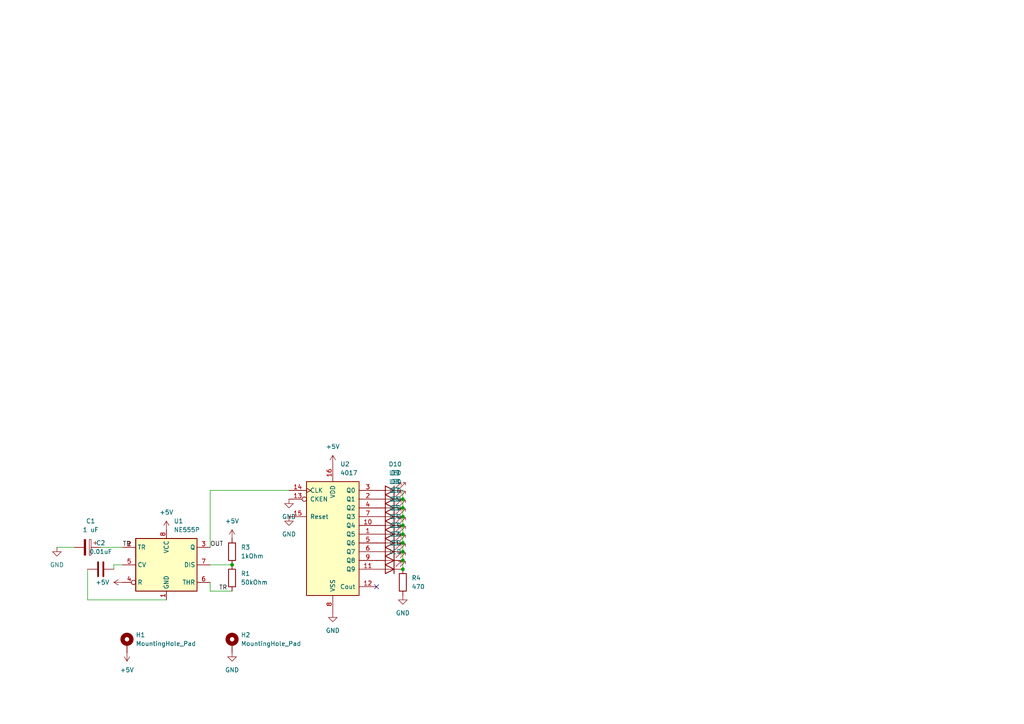
<source format=kicad_sch>
(kicad_sch (version 20250114) (generator "eeschema") (generator_version "9.0")
  (paper "A4")
  (lib_symbols
    (symbol "4xxx:4017" (pin_names (offset 1.016))
      (property "Reference" "U" (at -7.62 16.51 0))
      (property "Value" "4017" (at -7.62 -19.05 0))
      (symbol "4017_1_0"
        (pin input clock (at -12.7 12.7 0) (length 5.08) (name "CLK") (number "14"))
        (pin input inverted (at -12.7 10.16 0) (length 5.08) (name "CKEN") (number "13"))
        (pin input line (at -12.7 5.08 0) (length 5.08) (name "Reset") (number "15"))
        (pin power_in line (at 0 20.32 270) (length 5.08) (name "VDD") (number "16"))
        (pin power_in line (at 0 -22.86 90) (length 5.08) (name "VSS") (number "8"))
        (pin output line (at 12.7 12.7 180) (length 5.08) (name "Q0") (number "3"))
        (pin output line (at 12.7 10.16 180) (length 5.08) (name "Q1") (number "2"))
        (pin output line (at 12.7 7.62 180) (length 5.08) (name "Q2") (number "4"))
        (pin output line (at 12.7 5.08 180) (length 5.08) (name "Q3") (number "7"))
        (pin output line (at 12.7 2.54 180) (length 5.08) (name "Q4") (number "10"))
        (pin output line (at 12.7 0 180) (length 5.08) (name "Q5") (number "1"))
        (pin output line (at 12.7 -2.54 180) (length 5.08) (name "Q6") (number "5"))
        (pin output line (at 12.7 -5.08 180) (length 5.08) (name "Q7") (number "6"))
        (pin output line (at 12.7 -7.62 180) (length 5.08) (name "Q8") (number "9"))
        (pin output line (at 12.7 -10.16 180) (length 5.08) (name "Q9") (number "11"))
        (pin output line (at 12.7 -15.24 180) (length 5.08) (name "Cout") (number "12"))
      )
      (symbol "4017_1_1"
        (rectangle (start -7.62 15.24) (end 7.62 -17.78) (stroke (width 0.254)) (fill (type background)))
      )
    )
    (symbol "Device:C" (pin_numbers (hide yes)) (pin_names (offset 0.254))
      (property "Reference" "C" (at 0.635 2.54 0))
      (property "Value" "C" (at 0.635 -2.54 0))
      (symbol "C_0_1"
        (polyline (pts (xy -2.032 0.762) (xy 2.032 0.762)) (stroke (width 0.508)))
        (polyline (pts (xy -2.032 -0.762) (xy 2.032 -0.762)) (stroke (width 0.508)))
      )
      (symbol "C_1_1"
        (pin passive line (at 0 3.81 270) (length 2.794) (name "~") (number "1"))
        (pin passive line (at 0 -3.81 90) (length 2.794) (name "~") (number "2"))
      )
    )
    (symbol "Device:C_Polarized" (pin_numbers (hide yes)) (pin_names (offset 0.254))
      (property "Reference" "C" (at 0.635 2.54 0))
      (property "Value" "C_Polarized" (at 0.635 -2.54 0))
      (symbol "C_Polarized_0_1"
        (rectangle (start -2.286 0.508) (end 2.286 1.016))
        (polyline (pts (xy -1.778 2.286) (xy -0.762 2.286)))
        (polyline (pts (xy -1.27 2.794) (xy -1.27 1.778)))
        (rectangle (start 2.286 -0.508) (end -2.286 -1.016) (fill (type outline)))
      )
      (symbol "C_Polarized_1_1"
        (pin passive line (at 0 3.81 270) (length 2.794) (name "~") (number "1"))
        (pin passive line (at 0 -3.81 90) (length 2.794) (name "~") (number "2"))
      )
    )
    (symbol "Device:LED" (pin_numbers (hide yes)) (pin_names (offset 1.016) (hide yes))
      (property "Reference" "D" (at 0 2.54 0))
      (property "Value" "LED" (at 0 -2.54 0))
      (symbol "LED_0_1"
        (polyline (pts (xy -3.048 -0.762) (xy -4.572 -2.286) (xy -3.81 -2.286) (xy -4.572 -2.286) (xy -4.572 -1.524)))
        (polyline (pts (xy -1.778 -0.762) (xy -3.302 -2.286) (xy -2.54 -2.286) (xy -3.302 -2.286) (xy -3.302 -1.524)))
        (polyline (pts (xy -1.27 0) (xy 1.27 0)))
        (polyline (pts (xy -1.27 -1.27) (xy -1.27 1.27)) (stroke (width 0.254)))
        (polyline (pts (xy 1.27 -1.27) (xy 1.27 1.27) (xy -1.27 0) (xy 1.27 -1.27)) (stroke (width 0.254)))
      )
      (symbol "LED_1_1"
        (pin passive line (at -3.81 0 0) (length 2.54) (name "K") (number "1"))
        (pin passive line (at 3.81 0 180) (length 2.54) (name "A") (number "2"))
      )
    )
    (symbol "Device:R" (pin_numbers (hide yes)) (pin_names (offset 0))
      (property "Reference" "R" (at 2.032 0 90))
      (property "Value" "R" (at 0 0 90))
      (symbol "R_0_1"
        (rectangle (start -1.016 -2.54) (end 1.016 2.54) (stroke (width 0.254)))
      )
      (symbol "R_1_1"
        (pin passive line (at 0 3.81 270) (length 1.27) (name "~") (number "1"))
        (pin passive line (at 0 -3.81 90) (length 1.27) (name "~") (number "2"))
      )
    )
    (symbol "Mechanical:MountingHole_Pad" (pin_numbers (hide yes)) (pin_names (offset 1.016) (hide yes)) (in_bom no)
      (property "Reference" "H" (at 0 6.35 0))
      (property "Value" "MountingHole_Pad" (at 0 4.445 0))
      (symbol "MountingHole_Pad_0_1"
        (circle (center 0 1.27) (radius 1.27) (stroke (width 1.27)))
      )
      (symbol "MountingHole_Pad_1_1"
        (pin input line (at 0 -2.54 90) (length 2.54) (name "1") (number "1"))
      )
    )
    (symbol "Timer:NE555P"
      (property "Reference" "U" (at -10.16 8.89 0))
      (property "Value" "NE555P" (at 2.54 8.89 0))
      (symbol "NE555P_0_0"
        (pin power_in line (at 0 10.16 270) (length 2.54) (name "VCC") (number "8"))
        (pin power_in line (at 0 -10.16 90) (length 2.54) (name "GND") (number "1"))
      )
      (symbol "NE555P_0_1"
        (rectangle (start -8.89 -7.62) (end 8.89 7.62) (stroke (width 0.254)) (fill (type background)))
        (rectangle (start -8.89 -7.62) (end 8.89 7.62) (stroke (width 0.254)) (fill (type background)))
      )
      (symbol "NE555P_1_1"
        (pin input line (at -12.7 5.08 0) (length 3.81) (name "TR") (number "2"))
        (pin input line (at -12.7 0 0) (length 3.81) (name "CV") (number "5"))
        (pin input inverted (at -12.7 -5.08 0) (length 3.81) (name "R") (number "4"))
        (pin output line (at 12.7 5.08 180) (length 3.81) (name "Q") (number "3"))
        (pin input line (at 12.7 0 180) (length 3.81) (name "DIS") (number "7"))
        (pin input line (at 12.7 -5.08 180) (length 3.81) (name "THR") (number "6"))
      )
    )
    (symbol "power:+5V" (power) (pin_numbers (hide yes)) (pin_names (offset 0) (hide yes))
      (property "Value" "+5V" (at 0 3.556 0))
      (symbol "+5V_0_1"
        (polyline (pts (xy -0.762 1.27) (xy 0 2.54)))
        (polyline (pts (xy 0 2.54) (xy 0.762 1.27)))
        (polyline (pts (xy 0 0) (xy 0 2.54)))
      )
      (symbol "+5V_1_1"
        (pin power_in line (at 0 0 90) (length 0) (name "~") (number "1"))
      )
    )
    (symbol "power:GND" (power) (pin_numbers (hide yes)) (pin_names (offset 0) (hide yes))
      (property "Value" "GND" (at 0 -3.81 0))
      (symbol "GND_0_1"
        (polyline (pts (xy 0 0) (xy 0 -1.27) (xy 1.27 -1.27) (xy 0 -2.54) (xy -1.27 -1.27) (xy 0 -1.27)))
      )
      (symbol "GND_1_1"
        (pin power_in line (at 0 0 270) (length 0) (name "~") (number "1"))
      )
    )
  )
  (junction (at 116.84 152.4))
  (junction (at 116.84 154.94))
  (junction (at 67.31 163.83))
  (junction (at 116.84 147.32))
  (junction (at 116.84 149.86))
  (junction (at 116.84 144.78))
  (junction (at 116.84 162.56))
  (junction (at 116.84 157.48))
  (junction (at 116.84 160.02))
  (junction (at 116.84 165.1))
  (no_connect (at 109.22 170.18))
  (wire (pts (xy 25.4 173.99) (xy 48.26 173.99)))
  (wire (pts (xy 29.21 158.75) (xy 35.56 158.75)))
  (wire (pts (xy 60.96 168.91) (xy 60.96 171.45)))
  (wire (pts (xy 33.02 163.83) (xy 35.56 163.83)))
  (wire (pts (xy 116.84 154.94) (xy 116.84 157.48)))
  (wire (pts (xy 60.96 163.83) (xy 67.31 163.83)))
  (wire (pts (xy 83.82 142.24) (xy 60.96 142.24)))
  (wire (pts (xy 116.84 142.24) (xy 116.84 144.78)))
  (wire (pts (xy 60.96 142.24) (xy 60.96 158.75)))
  (wire (pts (xy 60.96 171.45) (xy 67.31 171.45)))
  (wire (pts (xy 116.84 160.02) (xy 116.84 162.56)))
  (wire (pts (xy 116.84 157.48) (xy 116.84 160.02)))
  (wire (pts (xy 116.84 162.56) (xy 116.84 165.1)))
  (wire (pts (xy 25.4 165.1) (xy 25.4 173.99)))
  (wire (pts (xy 16.51 158.75) (xy 21.59 158.75)))
  (wire (pts (xy 116.84 144.78) (xy 116.84 147.32)))
  (wire (pts (xy 33.02 165.1) (xy 33.02 163.83)))
  (wire (pts (xy 116.84 149.86) (xy 116.84 152.4)))
  (wire (pts (xy 116.84 152.4) (xy 116.84 154.94)))
  (wire (pts (xy 116.84 147.32) (xy 116.84 149.86)))
  (label "TR" (at 35.56 158.75 0))
  (label "OUT" (at 60.96 158.75 0))
  (label "TR" (at 63.5 171.45 0))
  (symbol (lib_id "Device:C_Polarized") (at 25.4 158.75 270) (unit 1)
    (property "Reference" "C1" (at 26.289 151.13 90))
    (property "Value" "1 uF" (at 26.289 153.67 90))
    (property "Footprint" "Capacitor_THT:CP_Radial_D5.0mm_P2.00mm" (effects (hide yes)))
    (property "Description" "Polarized capacitor" (effects (hide yes)))
  )
  (symbol (lib_id "Device:LED") (at 113.03 157.48 180) (unit 1)
    (property "Reference" "D4" (at 114.6175 149.86 0))
    (property "Value" "LED" (at 114.6175 152.4 0))
    (property "Footprint" "LED_THT:LED_D3.0mm" (effects (hide yes)))
    (property "Description" "Light emitting diode" (effects (hide yes)))
    (property "Sim.Pins" "1=K 2=A" (effects (hide yes)))
  )
  (symbol (lib_id "Device:LED") (at 113.03 160.02 180) (unit 1)
    (property "Reference" "D3" (at 114.6175 152.4 0))
    (property "Value" "LED" (at 114.6175 154.94 0))
    (property "Footprint" "LED_THT:LED_D3.0mm" (effects (hide yes)))
    (property "Description" "Light emitting diode" (effects (hide yes)))
    (property "Sim.Pins" "1=K 2=A" (effects (hide yes)))
  )
  (symbol (lib_id "Mechanical:MountingHole_Pad") (at 67.31 186.69 0) (unit 1) (in_bom no)
    (property "Reference" "H2" (at 69.85 184.1499 0) (effects (justify left)))
    (property "Value" "MountingHole_Pad" (at 69.85 186.6899 0) (effects (justify left)))
    (property "Footprint" "Connector_PinHeader_2.54mm:PinHeader_1x01_P2.54mm_Horizontal" (effects (hide yes)))
    (property "Description" "Mounting Hole with connection" (effects (hide yes)))
  )
  (symbol (lib_id "Device:LED") (at 113.03 165.1 180) (unit 1)
    (property "Reference" "D1" (at 114.6175 157.48 0))
    (property "Value" "LED" (at 114.6175 160.02 0))
    (property "Footprint" "LED_THT:LED_D3.0mm" (effects (hide yes)))
    (property "Description" "Light emitting diode" (effects (hide yes)))
    (property "Sim.Pins" "1=K 2=A" (effects (hide yes)))
  )
  (symbol (lib_id "Device:LED") (at 113.03 154.94 180) (unit 1)
    (property "Reference" "D5" (at 114.6175 147.32 0))
    (property "Value" "LED" (at 114.6175 149.86 0))
    (property "Footprint" "LED_THT:LED_D3.0mm" (effects (hide yes)))
    (property "Description" "Light emitting diode" (effects (hide yes)))
    (property "Sim.Pins" "1=K 2=A" (effects (hide yes)))
  )
  (symbol (lib_id "Device:LED") (at 113.03 147.32 180) (unit 1)
    (property "Reference" "D8" (at 114.6175 139.7 0))
    (property "Value" "LED" (at 114.6175 142.24 0))
    (property "Footprint" "LED_THT:LED_D3.0mm" (effects (hide yes)))
    (property "Description" "Light emitting diode" (effects (hide yes)))
    (property "Sim.Pins" "1=K 2=A" (effects (hide yes)))
  )
  (symbol (lib_id "Device:LED") (at 113.03 142.24 180) (unit 1)
    (property "Reference" "D10" (at 114.6175 134.62 0))
    (property "Value" "LED" (at 114.6175 137.16 0))
    (property "Footprint" "LED_THT:LED_D3.0mm" (effects (hide yes)))
    (property "Description" "Light emitting diode" (effects (hide yes)))
    (property "Sim.Pins" "1=K 2=A" (effects (hide yes)))
  )
  (symbol (lib_id "power:+5V") (at 96.52 134.62 0) (unit 1)
    (property "Reference" "#PWR010" (effects (hide yes)))
    (property "Value" "+5V" (at 96.52 129.54 0))
    (property "Description" "Power symbol creates a global label with name \"+5V\"" (effects (hide yes)))
  )
  (symbol (lib_id "power:GND") (at 116.84 172.72 0) (unit 1)
    (property "Reference" "#PWR011" (effects (hide yes)))
    (property "Value" "GND" (at 116.84 177.8 0))
    (property "Description" "Power symbol creates a global label with name \"GND\" , ground" (effects (hide yes)))
  )
  (symbol (lib_id "power:+5V") (at 48.26 153.67 0) (unit 1)
    (property "Reference" "#PWR03" (effects (hide yes)))
    (property "Value" "+5V" (at 48.26 148.59 0))
    (property "Description" "Power symbol creates a global label with name \"+5V\"" (effects (hide yes)))
  )
  (symbol (lib_id "Device:LED") (at 113.03 149.86 180) (unit 1)
    (property "Reference" "D7" (at 114.6175 142.24 0))
    (property "Value" "LED" (at 114.6175 144.78 0))
    (property "Footprint" "LED_THT:LED_D3.0mm" (effects (hide yes)))
    (property "Description" "Light emitting diode" (effects (hide yes)))
    (property "Sim.Pins" "1=K 2=A" (effects (hide yes)))
  )
  (symbol (lib_id "Mechanical:MountingHole_Pad") (at 36.83 186.69 0) (unit 1) (in_bom no)
    (property "Reference" "H1" (at 39.37 184.1499 0) (effects (justify left)))
    (property "Value" "MountingHole_Pad" (at 39.37 186.6899 0) (effects (justify left)))
    (property "Footprint" "Connector_PinHeader_2.54mm:PinHeader_1x01_P2.54mm_Horizontal" (effects (hide yes)))
    (property "Description" "Mounting Hole with connection" (effects (hide yes)))
  )
  (symbol (lib_id "Device:R") (at 67.31 167.64 0) (unit 1)
    (property "Reference" "R1" (at 69.85 166.3699 0) (effects (justify left)))
    (property "Value" "50kOhm" (at 69.85 168.9099 0) (effects (justify left)))
    (property "Footprint" "Resistor_THT:R_Axial_DIN0207_L6.3mm_D2.5mm_P7.62mm_Horizontal" (effects (hide yes)))
    (property "Description" "Resistor" (effects (hide yes)))
  )
  (symbol (lib_id "power:GND") (at 96.52 177.8 0) (unit 1)
    (property "Reference" "#PWR07" (effects (hide yes)))
    (property "Value" "GND" (at 96.52 182.88 0))
    (property "Description" "Power symbol creates a global label with name \"GND\" , ground" (effects (hide yes)))
  )
  (symbol (lib_id "Device:R") (at 116.84 168.91 0) (unit 1)
    (property "Reference" "R4" (at 119.38 167.6399 0) (effects (justify left)))
    (property "Value" "470" (at 119.38 170.1799 0) (effects (justify left)))
    (property "Footprint" "Resistor_THT:R_Axial_DIN0207_L6.3mm_D2.5mm_P7.62mm_Horizontal" (effects (hide yes)))
    (property "Description" "Resistor" (effects (hide yes)))
  )
  (symbol (lib_id "power:+5V") (at 35.56 168.91 90) (unit 1)
    (property "Reference" "#PWR04" (effects (hide yes)))
    (property "Value" "+5V" (at 31.75 168.9099 90) (effects (justify left)))
    (property "Description" "Power symbol creates a global label with name \"+5V\"" (effects (hide yes)))
  )
  (symbol (lib_id "power:+5V") (at 36.83 189.23 180) (unit 1)
    (property "Reference" "#PWR01" (effects (hide yes)))
    (property "Value" "+5V" (at 36.83 194.31 0))
    (property "Description" "Power symbol creates a global label with name \"+5V\"" (effects (hide yes)))
  )
  (symbol (lib_id "power:GND") (at 67.31 189.23 0) (unit 1)
    (property "Reference" "#PWR02" (effects (hide yes)))
    (property "Value" "GND" (at 67.31 194.31 0))
    (property "Description" "Power symbol creates a global label with name \"GND\" , ground" (effects (hide yes)))
  )
  (symbol (lib_id "Timer:NE555P") (at 48.26 163.83 0) (unit 1)
    (property "Reference" "U1" (at 50.4033 151.13 0) (effects (justify left)))
    (property "Value" "NE555P" (at 50.4033 153.67 0) (effects (justify left)))
    (property "Footprint" "Package_DIP:DIP-8_W7.62mm" (effects (hide yes)))
    (property "Datasheet" "http://www.ti.com/lit/ds/symlink/ne555.pdf" (effects (hide yes)))
    (property "Description" "Precision Timers, 555 compatible,  PDIP-8" (effects (hide yes)))
  )
  (symbol (lib_id "Device:R") (at 67.31 160.02 0) (unit 1)
    (property "Reference" "R3" (at 69.85 158.7499 0) (effects (justify left)))
    (property "Value" "1kOhm" (at 69.85 161.2899 0) (effects (justify left)))
    (property "Footprint" "Resistor_THT:R_Axial_DIN0207_L6.3mm_D2.5mm_P7.62mm_Horizontal" (effects (hide yes)))
    (property "Description" "Resistor" (effects (hide yes)))
  )
  (symbol (lib_id "4xxx:4017") (at 96.52 154.94 0) (unit 1)
    (property "Reference" "U2" (at 98.6633 134.62 0) (effects (justify left)))
    (property "Value" "4017" (at 98.6633 137.16 0) (effects (justify left)))
    (property "Footprint" "Package_DFN_QFN:Texas_RGY_R-PVQFN-N16_EP2.05x2.55mm" (effects (hide yes)))
    (property "Datasheet" "http://www.intersil.com/content/dam/Intersil/documents/cd40/cd4017bms-22bms.pdf" (effects (hide yes)))
    (property "Description" "Johnson Counter ( 10 outputs )" (effects (hide yes)))
  )
  (symbol (lib_id "power:GND") (at 16.51 158.75 0) (unit 1)
    (property "Reference" "#PWR05" (effects (hide yes)))
    (property "Value" "GND" (at 16.51 163.83 0))
    (property "Description" "Power symbol creates a global label with name \"GND\" , ground" (effects (hide yes)))
  )
  (symbol (lib_id "Device:LED") (at 113.03 152.4 180) (unit 1)
    (property "Reference" "D6" (at 114.6175 144.78 0))
    (property "Value" "LED" (at 114.6175 147.32 0))
    (property "Footprint" "LED_THT:LED_D3.0mm" (effects (hide yes)))
    (property "Description" "Light emitting diode" (effects (hide yes)))
    (property "Sim.Pins" "1=K 2=A" (effects (hide yes)))
  )
  (symbol (lib_id "power:GND") (at 83.82 149.86 0) (unit 1)
    (property "Reference" "#PWR09" (effects (hide yes)))
    (property "Value" "GND" (at 83.82 154.94 0))
    (property "Description" "Power symbol creates a global label with name \"GND\" , ground" (effects (hide yes)))
  )
  (symbol (lib_id "power:GND") (at 83.82 144.78 0) (unit 1)
    (property "Reference" "#PWR08" (effects (hide yes)))
    (property "Value" "GND" (at 83.82 149.86 0))
    (property "Description" "Power symbol creates a global label with name \"GND\" , ground" (effects (hide yes)))
  )
  (symbol (lib_id "Device:LED") (at 113.03 162.56 180) (unit 1)
    (property "Reference" "D2" (at 114.6175 154.94 0))
    (property "Value" "LED" (at 114.6175 157.48 0))
    (property "Footprint" "LED_THT:LED_D3.0mm" (effects (hide yes)))
    (property "Description" "Light emitting diode" (effects (hide yes)))
    (property "Sim.Pins" "1=K 2=A" (effects (hide yes)))
  )
  (symbol (lib_id "power:+5V") (at 67.31 156.21 0) (unit 1)
    (property "Reference" "#PWR06" (effects (hide yes)))
    (property "Value" "+5V" (at 67.31 151.13 0))
    (property "Description" "Power symbol creates a global label with name \"+5V\"" (effects (hide yes)))
  )
  (symbol (lib_id "Device:LED") (at 113.03 144.78 180) (unit 1)
    (property "Reference" "D9" (at 114.6175 137.16 0))
    (property "Value" "LED" (at 114.6175 139.7 0))
    (property "Footprint" "LED_THT:LED_D3.0mm" (effects (hide yes)))
    (property "Description" "Light emitting diode" (effects (hide yes)))
    (property "Sim.Pins" "1=K 2=A" (effects (hide yes)))
  )
  (symbol (lib_id "Device:C") (at 29.21 165.1 90) (unit 1)
    (property "Reference" "C2" (at 29.21 157.48 90))
    (property "Value" "0.01uF" (at 29.21 160.02 90))
    (property "Footprint" "Capacitor_THT:CP_Radial_D5.0mm_P2.00mm" (effects (hide yes)))
    (property "Description" "Unpolarized capacitor" (effects (hide yes)))
  )
)
</source>
